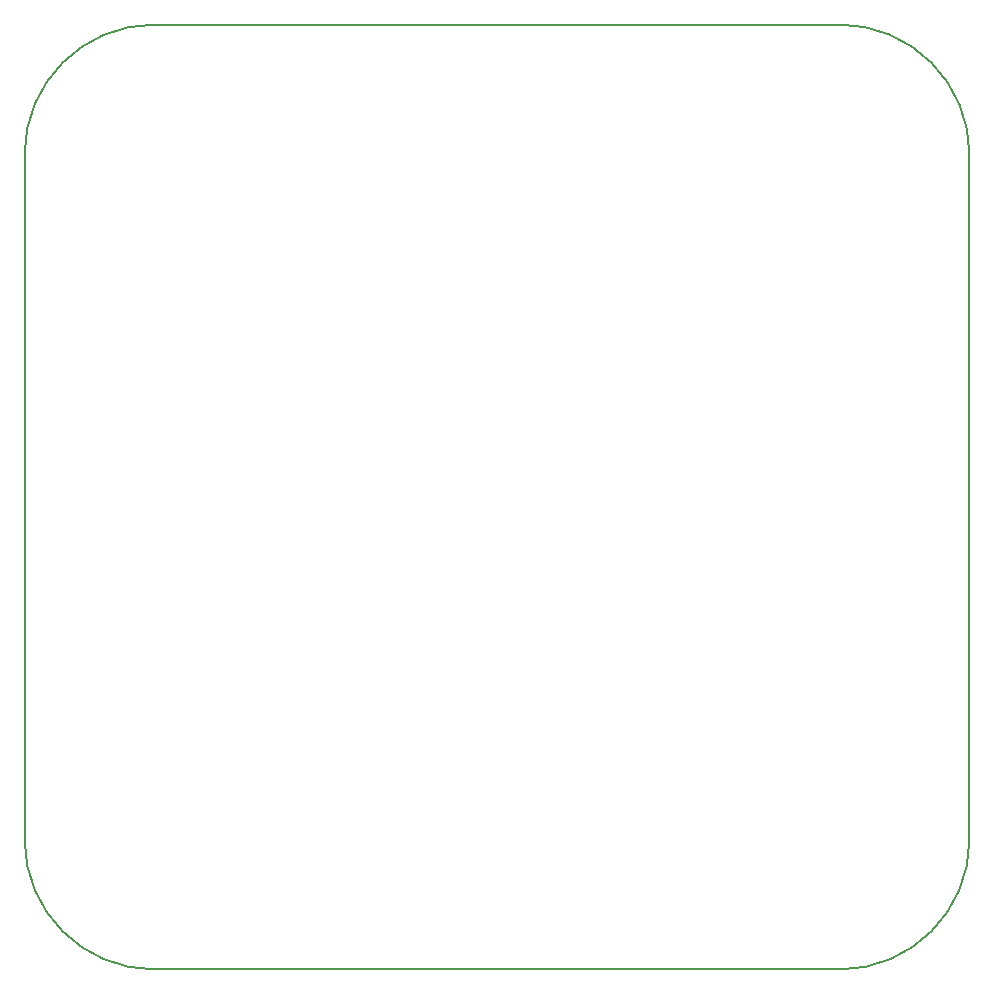
<source format=gbr>
G04 #@! TF.GenerationSoftware,KiCad,Pcbnew,(5.1.4)-1*
G04 #@! TF.CreationDate,2019-10-23T12:43:35-04:00*
G04 #@! TF.ProjectId,RepeatGame,52657065-6174-4476-916d-652e6b696361,A*
G04 #@! TF.SameCoordinates,Original*
G04 #@! TF.FileFunction,Profile,NP*
%FSLAX46Y46*%
G04 Gerber Fmt 4.6, Leading zero omitted, Abs format (unit mm)*
G04 Created by KiCad (PCBNEW (5.1.4)-1) date 2019-10-23 12:43:35*
%MOMM*%
%LPD*%
G04 APERTURE LIST*
%ADD10C,0.150000*%
G04 APERTURE END LIST*
D10*
X95000000Y-41000000D02*
G75*
G02X106000000Y-30000000I11000000J0D01*
G01*
X164000000Y-30000000D02*
G75*
G02X175000000Y-41000000I0J-11000000D01*
G01*
X175000000Y-99000000D02*
G75*
G02X164000000Y-110000000I-11000000J0D01*
G01*
X106000000Y-110000000D02*
G75*
G02X95000000Y-99000000I0J11000000D01*
G01*
X164000000Y-30000000D02*
X106000000Y-30000000D01*
X175000000Y-99000000D02*
X175000000Y-41000000D01*
X106000000Y-110000000D02*
X164000000Y-110000000D01*
X95000000Y-41000000D02*
X95000000Y-99000000D01*
M02*

</source>
